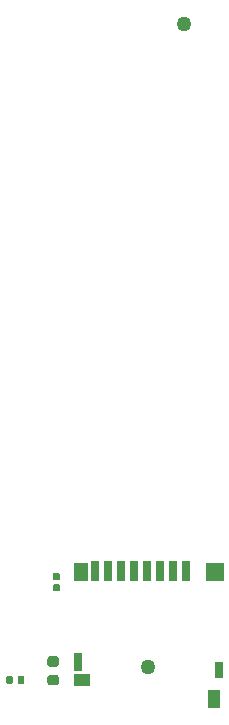
<source format=gbp>
G04 #@! TF.GenerationSoftware,KiCad,Pcbnew,5.0.0-rc3-6a2723a~65~ubuntu16.04.1*
G04 #@! TF.CreationDate,2019-04-26T01:55:19+06:00*
G04 #@! TF.ProjectId,ICE40ADP,49434534304144502E6B696361645F70,rev?*
G04 #@! TF.SameCoordinates,Original*
G04 #@! TF.FileFunction,Paste,Bot*
G04 #@! TF.FilePolarity,Positive*
%FSLAX46Y46*%
G04 Gerber Fmt 4.6, Leading zero omitted, Abs format (unit mm)*
G04 Created by KiCad (PCBNEW 5.0.0-rc3-6a2723a~65~ubuntu16.04.1) date Fri Apr 26 01:55:19 2019*
%MOMM*%
%LPD*%
G01*
G04 APERTURE LIST*
%ADD10C,1.270000*%
%ADD11C,0.100000*%
%ADD12C,0.590000*%
%ADD13C,0.875000*%
%ADD14R,0.700000X1.750000*%
%ADD15R,1.300000X1.500000*%
%ADD16R,0.800000X1.500000*%
%ADD17R,1.450000X1.000000*%
%ADD18R,0.800000X1.400000*%
%ADD19R,1.500000X1.500000*%
%ADD20R,1.000000X1.550000*%
G04 APERTURE END LIST*
D10*
G04 #@! TO.C,J5*
X146350000Y-130090000D03*
X149400000Y-75710000D03*
G04 #@! TD*
D11*
G04 #@! TO.C,C1*
G36*
X138761958Y-123140710D02*
X138776276Y-123142834D01*
X138790317Y-123146351D01*
X138803946Y-123151228D01*
X138817031Y-123157417D01*
X138829447Y-123164858D01*
X138841073Y-123173481D01*
X138851798Y-123183202D01*
X138861519Y-123193927D01*
X138870142Y-123205553D01*
X138877583Y-123217969D01*
X138883772Y-123231054D01*
X138888649Y-123244683D01*
X138892166Y-123258724D01*
X138894290Y-123273042D01*
X138895000Y-123287500D01*
X138895000Y-123582500D01*
X138894290Y-123596958D01*
X138892166Y-123611276D01*
X138888649Y-123625317D01*
X138883772Y-123638946D01*
X138877583Y-123652031D01*
X138870142Y-123664447D01*
X138861519Y-123676073D01*
X138851798Y-123686798D01*
X138841073Y-123696519D01*
X138829447Y-123705142D01*
X138817031Y-123712583D01*
X138803946Y-123718772D01*
X138790317Y-123723649D01*
X138776276Y-123727166D01*
X138761958Y-123729290D01*
X138747500Y-123730000D01*
X138402500Y-123730000D01*
X138388042Y-123729290D01*
X138373724Y-123727166D01*
X138359683Y-123723649D01*
X138346054Y-123718772D01*
X138332969Y-123712583D01*
X138320553Y-123705142D01*
X138308927Y-123696519D01*
X138298202Y-123686798D01*
X138288481Y-123676073D01*
X138279858Y-123664447D01*
X138272417Y-123652031D01*
X138266228Y-123638946D01*
X138261351Y-123625317D01*
X138257834Y-123611276D01*
X138255710Y-123596958D01*
X138255000Y-123582500D01*
X138255000Y-123287500D01*
X138255710Y-123273042D01*
X138257834Y-123258724D01*
X138261351Y-123244683D01*
X138266228Y-123231054D01*
X138272417Y-123217969D01*
X138279858Y-123205553D01*
X138288481Y-123193927D01*
X138298202Y-123183202D01*
X138308927Y-123173481D01*
X138320553Y-123164858D01*
X138332969Y-123157417D01*
X138346054Y-123151228D01*
X138359683Y-123146351D01*
X138373724Y-123142834D01*
X138388042Y-123140710D01*
X138402500Y-123140000D01*
X138747500Y-123140000D01*
X138761958Y-123140710D01*
X138761958Y-123140710D01*
G37*
D12*
X138575000Y-123435000D03*
D11*
G36*
X138761958Y-122170710D02*
X138776276Y-122172834D01*
X138790317Y-122176351D01*
X138803946Y-122181228D01*
X138817031Y-122187417D01*
X138829447Y-122194858D01*
X138841073Y-122203481D01*
X138851798Y-122213202D01*
X138861519Y-122223927D01*
X138870142Y-122235553D01*
X138877583Y-122247969D01*
X138883772Y-122261054D01*
X138888649Y-122274683D01*
X138892166Y-122288724D01*
X138894290Y-122303042D01*
X138895000Y-122317500D01*
X138895000Y-122612500D01*
X138894290Y-122626958D01*
X138892166Y-122641276D01*
X138888649Y-122655317D01*
X138883772Y-122668946D01*
X138877583Y-122682031D01*
X138870142Y-122694447D01*
X138861519Y-122706073D01*
X138851798Y-122716798D01*
X138841073Y-122726519D01*
X138829447Y-122735142D01*
X138817031Y-122742583D01*
X138803946Y-122748772D01*
X138790317Y-122753649D01*
X138776276Y-122757166D01*
X138761958Y-122759290D01*
X138747500Y-122760000D01*
X138402500Y-122760000D01*
X138388042Y-122759290D01*
X138373724Y-122757166D01*
X138359683Y-122753649D01*
X138346054Y-122748772D01*
X138332969Y-122742583D01*
X138320553Y-122735142D01*
X138308927Y-122726519D01*
X138298202Y-122716798D01*
X138288481Y-122706073D01*
X138279858Y-122694447D01*
X138272417Y-122682031D01*
X138266228Y-122668946D01*
X138261351Y-122655317D01*
X138257834Y-122641276D01*
X138255710Y-122626958D01*
X138255000Y-122612500D01*
X138255000Y-122317500D01*
X138255710Y-122303042D01*
X138257834Y-122288724D01*
X138261351Y-122274683D01*
X138266228Y-122261054D01*
X138272417Y-122247969D01*
X138279858Y-122235553D01*
X138288481Y-122223927D01*
X138298202Y-122213202D01*
X138308927Y-122203481D01*
X138320553Y-122194858D01*
X138332969Y-122187417D01*
X138346054Y-122181228D01*
X138359683Y-122176351D01*
X138373724Y-122172834D01*
X138388042Y-122170710D01*
X138402500Y-122170000D01*
X138747500Y-122170000D01*
X138761958Y-122170710D01*
X138761958Y-122170710D01*
G37*
D12*
X138575000Y-122465000D03*
G04 #@! TD*
D11*
G04 #@! TO.C,D1*
G36*
X138577691Y-129226053D02*
X138598926Y-129229203D01*
X138619750Y-129234419D01*
X138639962Y-129241651D01*
X138659368Y-129250830D01*
X138677781Y-129261866D01*
X138695024Y-129274654D01*
X138710930Y-129289070D01*
X138725346Y-129304976D01*
X138738134Y-129322219D01*
X138749170Y-129340632D01*
X138758349Y-129360038D01*
X138765581Y-129380250D01*
X138770797Y-129401074D01*
X138773947Y-129422309D01*
X138775000Y-129443750D01*
X138775000Y-129881250D01*
X138773947Y-129902691D01*
X138770797Y-129923926D01*
X138765581Y-129944750D01*
X138758349Y-129964962D01*
X138749170Y-129984368D01*
X138738134Y-130002781D01*
X138725346Y-130020024D01*
X138710930Y-130035930D01*
X138695024Y-130050346D01*
X138677781Y-130063134D01*
X138659368Y-130074170D01*
X138639962Y-130083349D01*
X138619750Y-130090581D01*
X138598926Y-130095797D01*
X138577691Y-130098947D01*
X138556250Y-130100000D01*
X138043750Y-130100000D01*
X138022309Y-130098947D01*
X138001074Y-130095797D01*
X137980250Y-130090581D01*
X137960038Y-130083349D01*
X137940632Y-130074170D01*
X137922219Y-130063134D01*
X137904976Y-130050346D01*
X137889070Y-130035930D01*
X137874654Y-130020024D01*
X137861866Y-130002781D01*
X137850830Y-129984368D01*
X137841651Y-129964962D01*
X137834419Y-129944750D01*
X137829203Y-129923926D01*
X137826053Y-129902691D01*
X137825000Y-129881250D01*
X137825000Y-129443750D01*
X137826053Y-129422309D01*
X137829203Y-129401074D01*
X137834419Y-129380250D01*
X137841651Y-129360038D01*
X137850830Y-129340632D01*
X137861866Y-129322219D01*
X137874654Y-129304976D01*
X137889070Y-129289070D01*
X137904976Y-129274654D01*
X137922219Y-129261866D01*
X137940632Y-129250830D01*
X137960038Y-129241651D01*
X137980250Y-129234419D01*
X138001074Y-129229203D01*
X138022309Y-129226053D01*
X138043750Y-129225000D01*
X138556250Y-129225000D01*
X138577691Y-129226053D01*
X138577691Y-129226053D01*
G37*
D13*
X138300000Y-129662500D03*
D11*
G36*
X138577691Y-130801053D02*
X138598926Y-130804203D01*
X138619750Y-130809419D01*
X138639962Y-130816651D01*
X138659368Y-130825830D01*
X138677781Y-130836866D01*
X138695024Y-130849654D01*
X138710930Y-130864070D01*
X138725346Y-130879976D01*
X138738134Y-130897219D01*
X138749170Y-130915632D01*
X138758349Y-130935038D01*
X138765581Y-130955250D01*
X138770797Y-130976074D01*
X138773947Y-130997309D01*
X138775000Y-131018750D01*
X138775000Y-131456250D01*
X138773947Y-131477691D01*
X138770797Y-131498926D01*
X138765581Y-131519750D01*
X138758349Y-131539962D01*
X138749170Y-131559368D01*
X138738134Y-131577781D01*
X138725346Y-131595024D01*
X138710930Y-131610930D01*
X138695024Y-131625346D01*
X138677781Y-131638134D01*
X138659368Y-131649170D01*
X138639962Y-131658349D01*
X138619750Y-131665581D01*
X138598926Y-131670797D01*
X138577691Y-131673947D01*
X138556250Y-131675000D01*
X138043750Y-131675000D01*
X138022309Y-131673947D01*
X138001074Y-131670797D01*
X137980250Y-131665581D01*
X137960038Y-131658349D01*
X137940632Y-131649170D01*
X137922219Y-131638134D01*
X137904976Y-131625346D01*
X137889070Y-131610930D01*
X137874654Y-131595024D01*
X137861866Y-131577781D01*
X137850830Y-131559368D01*
X137841651Y-131539962D01*
X137834419Y-131519750D01*
X137829203Y-131498926D01*
X137826053Y-131477691D01*
X137825000Y-131456250D01*
X137825000Y-131018750D01*
X137826053Y-130997309D01*
X137829203Y-130976074D01*
X137834419Y-130955250D01*
X137841651Y-130935038D01*
X137850830Y-130915632D01*
X137861866Y-130897219D01*
X137874654Y-130879976D01*
X137889070Y-130864070D01*
X137904976Y-130849654D01*
X137922219Y-130836866D01*
X137940632Y-130825830D01*
X137960038Y-130816651D01*
X137980250Y-130809419D01*
X138001074Y-130804203D01*
X138022309Y-130801053D01*
X138043750Y-130800000D01*
X138556250Y-130800000D01*
X138577691Y-130801053D01*
X138577691Y-130801053D01*
G37*
D13*
X138300000Y-131237500D03*
G04 #@! TD*
D14*
G04 #@! TO.C,J6*
X141845001Y-122000001D03*
D15*
X140645001Y-122125001D03*
D16*
X140395001Y-129725001D03*
D17*
X140720001Y-131225001D03*
D18*
X152345001Y-130375001D03*
D14*
X142945001Y-122000001D03*
X144045001Y-122000001D03*
X145145001Y-122000001D03*
X146245001Y-122000001D03*
X147345001Y-122000001D03*
X148445001Y-122000001D03*
X149545001Y-122000001D03*
D19*
X151995001Y-122125001D03*
D20*
X151945001Y-132800001D03*
G04 #@! TD*
D11*
G04 #@! TO.C,R1*
G36*
X134776958Y-130905710D02*
X134791276Y-130907834D01*
X134805317Y-130911351D01*
X134818946Y-130916228D01*
X134832031Y-130922417D01*
X134844447Y-130929858D01*
X134856073Y-130938481D01*
X134866798Y-130948202D01*
X134876519Y-130958927D01*
X134885142Y-130970553D01*
X134892583Y-130982969D01*
X134898772Y-130996054D01*
X134903649Y-131009683D01*
X134907166Y-131023724D01*
X134909290Y-131038042D01*
X134910000Y-131052500D01*
X134910000Y-131397500D01*
X134909290Y-131411958D01*
X134907166Y-131426276D01*
X134903649Y-131440317D01*
X134898772Y-131453946D01*
X134892583Y-131467031D01*
X134885142Y-131479447D01*
X134876519Y-131491073D01*
X134866798Y-131501798D01*
X134856073Y-131511519D01*
X134844447Y-131520142D01*
X134832031Y-131527583D01*
X134818946Y-131533772D01*
X134805317Y-131538649D01*
X134791276Y-131542166D01*
X134776958Y-131544290D01*
X134762500Y-131545000D01*
X134467500Y-131545000D01*
X134453042Y-131544290D01*
X134438724Y-131542166D01*
X134424683Y-131538649D01*
X134411054Y-131533772D01*
X134397969Y-131527583D01*
X134385553Y-131520142D01*
X134373927Y-131511519D01*
X134363202Y-131501798D01*
X134353481Y-131491073D01*
X134344858Y-131479447D01*
X134337417Y-131467031D01*
X134331228Y-131453946D01*
X134326351Y-131440317D01*
X134322834Y-131426276D01*
X134320710Y-131411958D01*
X134320000Y-131397500D01*
X134320000Y-131052500D01*
X134320710Y-131038042D01*
X134322834Y-131023724D01*
X134326351Y-131009683D01*
X134331228Y-130996054D01*
X134337417Y-130982969D01*
X134344858Y-130970553D01*
X134353481Y-130958927D01*
X134363202Y-130948202D01*
X134373927Y-130938481D01*
X134385553Y-130929858D01*
X134397969Y-130922417D01*
X134411054Y-130916228D01*
X134424683Y-130911351D01*
X134438724Y-130907834D01*
X134453042Y-130905710D01*
X134467500Y-130905000D01*
X134762500Y-130905000D01*
X134776958Y-130905710D01*
X134776958Y-130905710D01*
G37*
D12*
X134615000Y-131225000D03*
D11*
G36*
X135746958Y-130905710D02*
X135761276Y-130907834D01*
X135775317Y-130911351D01*
X135788946Y-130916228D01*
X135802031Y-130922417D01*
X135814447Y-130929858D01*
X135826073Y-130938481D01*
X135836798Y-130948202D01*
X135846519Y-130958927D01*
X135855142Y-130970553D01*
X135862583Y-130982969D01*
X135868772Y-130996054D01*
X135873649Y-131009683D01*
X135877166Y-131023724D01*
X135879290Y-131038042D01*
X135880000Y-131052500D01*
X135880000Y-131397500D01*
X135879290Y-131411958D01*
X135877166Y-131426276D01*
X135873649Y-131440317D01*
X135868772Y-131453946D01*
X135862583Y-131467031D01*
X135855142Y-131479447D01*
X135846519Y-131491073D01*
X135836798Y-131501798D01*
X135826073Y-131511519D01*
X135814447Y-131520142D01*
X135802031Y-131527583D01*
X135788946Y-131533772D01*
X135775317Y-131538649D01*
X135761276Y-131542166D01*
X135746958Y-131544290D01*
X135732500Y-131545000D01*
X135437500Y-131545000D01*
X135423042Y-131544290D01*
X135408724Y-131542166D01*
X135394683Y-131538649D01*
X135381054Y-131533772D01*
X135367969Y-131527583D01*
X135355553Y-131520142D01*
X135343927Y-131511519D01*
X135333202Y-131501798D01*
X135323481Y-131491073D01*
X135314858Y-131479447D01*
X135307417Y-131467031D01*
X135301228Y-131453946D01*
X135296351Y-131440317D01*
X135292834Y-131426276D01*
X135290710Y-131411958D01*
X135290000Y-131397500D01*
X135290000Y-131052500D01*
X135290710Y-131038042D01*
X135292834Y-131023724D01*
X135296351Y-131009683D01*
X135301228Y-130996054D01*
X135307417Y-130982969D01*
X135314858Y-130970553D01*
X135323481Y-130958927D01*
X135333202Y-130948202D01*
X135343927Y-130938481D01*
X135355553Y-130929858D01*
X135367969Y-130922417D01*
X135381054Y-130916228D01*
X135394683Y-130911351D01*
X135408724Y-130907834D01*
X135423042Y-130905710D01*
X135437500Y-130905000D01*
X135732500Y-130905000D01*
X135746958Y-130905710D01*
X135746958Y-130905710D01*
G37*
D12*
X135585000Y-131225000D03*
G04 #@! TD*
M02*

</source>
